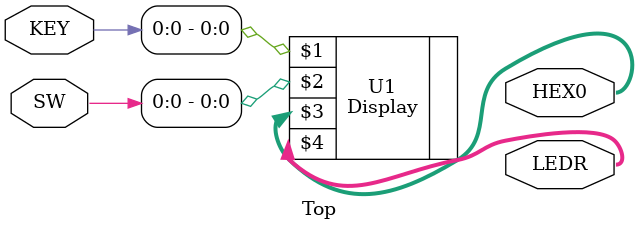
<source format=sv>

`default_nettype none

module Top (KEY, SW, HEX0, LEDR);
    input  logic  [ 3: 0] KEY;        // DE-series pushbuttons
    input  logic  [ 9: 0] SW;         // DE-series switches
    output logic  [ 6: 0] HEX0;       // DE-series HEX0 display
    output logic  [ 9: 0] LEDR;       // DE-series LEDs

    Display U1 (KEY[0], SW[0], HEX0, LEDR);

endmodule


</source>
